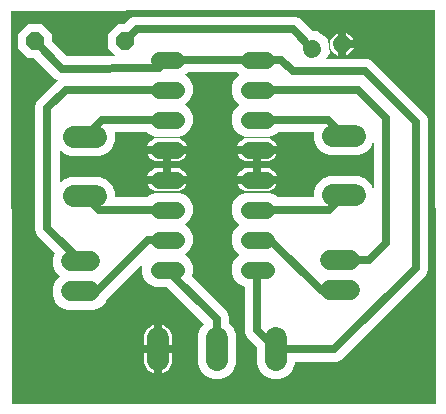
<source format=gbr>
G04 EAGLE Gerber RS-274X export*
G75*
%MOMM*%
%FSLAX34Y34*%
%LPD*%
%INBottom Copper*%
%IPPOS*%
%AMOC8*
5,1,8,0,0,1.08239X$1,22.5*%
G01*
%ADD10C,1.473200*%
%ADD11C,1.676400*%
%ADD12P,1.594577X8X30.300000*%
%ADD13P,1.594577X8X22.500000*%
%ADD14C,1.854200*%
%ADD15C,0.700000*%

G36*
X13412Y10175D02*
X13412Y10175D01*
X20016Y10185D01*
X26620Y10195D01*
X36526Y10210D01*
X43130Y10220D01*
X49734Y10230D01*
X53036Y10235D01*
X59640Y10245D01*
X66244Y10255D01*
X76150Y10270D01*
X82754Y10280D01*
X89358Y10290D01*
X92660Y10295D01*
X99264Y10305D01*
X105868Y10314D01*
X115774Y10329D01*
X122378Y10339D01*
X122379Y10339D01*
X128983Y10349D01*
X132285Y10354D01*
X138889Y10364D01*
X145493Y10374D01*
X155399Y10389D01*
X162003Y10399D01*
X171909Y10414D01*
X178513Y10424D01*
X185117Y10434D01*
X188419Y10439D01*
X195023Y10449D01*
X201627Y10459D01*
X211533Y10473D01*
X218137Y10483D01*
X224741Y10493D01*
X228043Y10498D01*
X234647Y10508D01*
X241251Y10518D01*
X251157Y10533D01*
X257761Y10543D01*
X264365Y10553D01*
X267667Y10558D01*
X274271Y10568D01*
X280875Y10578D01*
X290781Y10593D01*
X297385Y10603D01*
X303989Y10613D01*
X303990Y10613D01*
X307292Y10618D01*
X313896Y10628D01*
X320500Y10637D01*
X330406Y10652D01*
X337010Y10662D01*
X343614Y10672D01*
X346916Y10677D01*
X353520Y10687D01*
X360124Y10697D01*
X363426Y10702D01*
X369241Y10711D01*
X369246Y10715D01*
X369245Y10715D01*
X369246Y10716D01*
X368278Y343840D01*
X368273Y343845D01*
X368273Y343844D01*
X368273Y343845D01*
X366362Y343842D01*
X366341Y343842D01*
X363060Y343837D01*
X363039Y343837D01*
X359758Y343832D01*
X359737Y343832D01*
X356456Y343827D01*
X356435Y343827D01*
X353154Y343822D01*
X353133Y343822D01*
X349852Y343817D01*
X349831Y343817D01*
X346550Y343812D01*
X346529Y343812D01*
X343248Y343807D01*
X343227Y343807D01*
X339946Y343802D01*
X339925Y343802D01*
X336644Y343797D01*
X336623Y343797D01*
X333342Y343792D01*
X333321Y343792D01*
X330040Y343787D01*
X330019Y343787D01*
X326738Y343782D01*
X326717Y343782D01*
X323436Y343777D01*
X323415Y343777D01*
X320134Y343772D01*
X320113Y343772D01*
X316832Y343767D01*
X316811Y343767D01*
X313530Y343762D01*
X313509Y343762D01*
X310228Y343757D01*
X310207Y343757D01*
X306926Y343752D01*
X306905Y343752D01*
X303624Y343747D01*
X303603Y343747D01*
X300322Y343742D01*
X300301Y343742D01*
X297020Y343738D01*
X296999Y343738D01*
X296999Y343737D01*
X293718Y343733D01*
X293697Y343733D01*
X290416Y343728D01*
X290395Y343728D01*
X287114Y343723D01*
X287093Y343723D01*
X283812Y343718D01*
X283791Y343718D01*
X280510Y343713D01*
X280489Y343713D01*
X277208Y343708D01*
X277187Y343708D01*
X273906Y343703D01*
X273885Y343703D01*
X270604Y343698D01*
X270583Y343698D01*
X267302Y343693D01*
X267281Y343693D01*
X264000Y343688D01*
X263979Y343688D01*
X260698Y343683D01*
X260677Y343683D01*
X257395Y343678D01*
X257375Y343678D01*
X254093Y343673D01*
X254073Y343673D01*
X250791Y343668D01*
X250771Y343668D01*
X247489Y343663D01*
X247469Y343663D01*
X244187Y343658D01*
X244167Y343658D01*
X240885Y343653D01*
X240865Y343653D01*
X237583Y343648D01*
X237563Y343648D01*
X234281Y343643D01*
X234261Y343643D01*
X230979Y343638D01*
X230959Y343638D01*
X227677Y343633D01*
X227657Y343633D01*
X224375Y343628D01*
X224355Y343628D01*
X221073Y343623D01*
X221053Y343623D01*
X221052Y343623D01*
X217771Y343618D01*
X217750Y343618D01*
X214469Y343613D01*
X214448Y343613D01*
X211167Y343608D01*
X211146Y343608D01*
X207865Y343603D01*
X207844Y343603D01*
X204563Y343598D01*
X204542Y343598D01*
X201261Y343593D01*
X201240Y343593D01*
X197959Y343588D01*
X197938Y343588D01*
X194657Y343583D01*
X194636Y343583D01*
X191355Y343579D01*
X191334Y343579D01*
X191334Y343578D01*
X188053Y343574D01*
X188032Y343574D01*
X184751Y343569D01*
X184730Y343569D01*
X181449Y343564D01*
X181428Y343564D01*
X178147Y343559D01*
X178126Y343559D01*
X174845Y343554D01*
X174824Y343554D01*
X171543Y343549D01*
X171522Y343549D01*
X168241Y343544D01*
X168220Y343544D01*
X164939Y343539D01*
X164918Y343539D01*
X161637Y343534D01*
X161616Y343534D01*
X158335Y343529D01*
X158314Y343529D01*
X155033Y343524D01*
X155012Y343524D01*
X151731Y343519D01*
X151710Y343519D01*
X148429Y343514D01*
X148408Y343514D01*
X145127Y343509D01*
X145106Y343509D01*
X141825Y343504D01*
X141804Y343504D01*
X138523Y343499D01*
X138502Y343499D01*
X135221Y343494D01*
X135200Y343494D01*
X131919Y343489D01*
X131898Y343489D01*
X128617Y343484D01*
X128596Y343484D01*
X125315Y343479D01*
X125294Y343479D01*
X122013Y343474D01*
X121992Y343474D01*
X118711Y343469D01*
X118690Y343469D01*
X115409Y343464D01*
X115388Y343464D01*
X112107Y343459D01*
X112086Y343459D01*
X108805Y343454D01*
X108784Y343454D01*
X105503Y343449D01*
X105482Y343449D01*
X102201Y343444D01*
X102180Y343444D01*
X98899Y343439D01*
X98878Y343439D01*
X95597Y343434D01*
X95576Y343434D01*
X92295Y343429D01*
X92274Y343429D01*
X88993Y343424D01*
X88972Y343424D01*
X85691Y343420D01*
X85670Y343420D01*
X85670Y343419D01*
X82389Y343415D01*
X82368Y343415D01*
X79087Y343410D01*
X79066Y343410D01*
X75784Y343405D01*
X75764Y343405D01*
X72482Y343400D01*
X72462Y343400D01*
X69180Y343395D01*
X69160Y343395D01*
X65878Y343390D01*
X65858Y343390D01*
X62576Y343385D01*
X62556Y343385D01*
X59274Y343380D01*
X59254Y343380D01*
X55972Y343375D01*
X55952Y343375D01*
X52670Y343370D01*
X52650Y343370D01*
X49368Y343365D01*
X49348Y343365D01*
X46066Y343360D01*
X46046Y343360D01*
X42764Y343355D01*
X42744Y343355D01*
X42743Y343355D01*
X39462Y343350D01*
X39442Y343350D01*
X39441Y343350D01*
X36160Y343345D01*
X36139Y343345D01*
X32858Y343340D01*
X32837Y343340D01*
X29556Y343335D01*
X29535Y343335D01*
X26254Y343330D01*
X26233Y343330D01*
X22952Y343325D01*
X22931Y343325D01*
X19650Y343320D01*
X19629Y343320D01*
X16348Y343315D01*
X16327Y343315D01*
X13046Y343310D01*
X13025Y343310D01*
X9744Y343305D01*
X9723Y343305D01*
X9163Y343304D01*
X9158Y343300D01*
X9158Y343299D01*
X10126Y10175D01*
X10130Y10170D01*
X10130Y10171D01*
X10131Y10170D01*
X13412Y10175D01*
G37*
%LPC*%
G36*
X180602Y31160D02*
X180602Y31160D01*
X174624Y33636D01*
X170048Y38212D01*
X167572Y44190D01*
X167572Y69204D01*
X170048Y75182D01*
X172893Y78027D01*
X172894Y78034D01*
X172893Y78034D01*
X141274Y109653D01*
X141272Y109654D01*
X141271Y109655D01*
X131531Y109655D01*
X126253Y111841D01*
X122213Y115881D01*
X120027Y121159D01*
X120027Y126873D01*
X121339Y130041D01*
X121338Y130043D01*
X121339Y130046D01*
X121338Y130046D01*
X121337Y130047D01*
X121334Y130046D01*
X121333Y130046D01*
X121331Y130046D01*
X90883Y99598D01*
X90883Y99597D01*
X90882Y99597D01*
X89783Y96942D01*
X85457Y92616D01*
X79805Y90275D01*
X56924Y90275D01*
X51272Y92616D01*
X46946Y96942D01*
X44605Y102594D01*
X44605Y108711D01*
X46946Y114363D01*
X50932Y118349D01*
X50933Y118356D01*
X50932Y118356D01*
X46946Y122342D01*
X44605Y127994D01*
X44605Y134111D01*
X46320Y138250D01*
X46318Y138254D01*
X46319Y138256D01*
X31204Y153370D01*
X29607Y157227D01*
X29607Y262707D01*
X31204Y266564D01*
X47000Y282360D01*
X48974Y284334D01*
X48974Y284335D01*
X48975Y284335D01*
X48974Y284337D01*
X48975Y284341D01*
X48973Y284341D01*
X48973Y284342D01*
X48763Y284429D01*
X46865Y285199D01*
X46837Y285226D01*
X46836Y285227D01*
X46800Y285242D01*
X45349Y286693D01*
X43891Y288129D01*
X43876Y288166D01*
X43875Y288166D01*
X43875Y288167D01*
X28989Y303053D01*
X28987Y303053D01*
X28986Y303053D01*
X28985Y303054D01*
X23520Y303054D01*
X15108Y311467D01*
X15108Y323364D01*
X23520Y331777D01*
X35417Y331777D01*
X43830Y323364D01*
X43830Y317899D01*
X43832Y317897D01*
X43831Y317895D01*
X57058Y304669D01*
X57060Y304668D01*
X57061Y304668D01*
X57062Y304667D01*
X97795Y304967D01*
X97797Y304968D01*
X97798Y304968D01*
X97798Y304970D01*
X97800Y304972D01*
X97799Y304973D01*
X97799Y304976D01*
X91308Y311467D01*
X91308Y323364D01*
X99720Y331777D01*
X105185Y331777D01*
X105187Y331778D01*
X105189Y331778D01*
X110142Y336731D01*
X114000Y338329D01*
X249971Y338329D01*
X253829Y336731D01*
X256782Y333778D01*
X264791Y325769D01*
X264794Y325769D01*
X264795Y325768D01*
X268432Y326266D01*
X277908Y319073D01*
X279523Y307286D01*
X275967Y302601D01*
X275967Y302600D01*
X275966Y302599D01*
X275967Y302597D01*
X275967Y302594D01*
X275969Y302595D01*
X275971Y302593D01*
X311449Y302593D01*
X315307Y300995D01*
X361148Y255154D01*
X362745Y251297D01*
X362745Y123595D01*
X361148Y119738D01*
X289210Y47800D01*
X285352Y46202D01*
X250109Y46202D01*
X250104Y46197D01*
X250105Y46197D01*
X250104Y46197D01*
X250104Y44190D01*
X247628Y38212D01*
X243052Y33636D01*
X237074Y31160D01*
X230602Y31160D01*
X224624Y33636D01*
X220048Y38212D01*
X217572Y44190D01*
X217572Y58119D01*
X217570Y58120D01*
X217570Y58122D01*
X209057Y66636D01*
X207459Y70493D01*
X207459Y109764D01*
X207456Y109767D01*
X207456Y109769D01*
X202453Y111841D01*
X198413Y115881D01*
X196227Y121159D01*
X196227Y126873D01*
X198413Y132151D01*
X202453Y136191D01*
X203710Y136711D01*
X203711Y136713D01*
X203712Y136714D01*
X203712Y136715D01*
X203713Y136717D01*
X203711Y136718D01*
X203710Y136721D01*
X202453Y137241D01*
X198413Y141281D01*
X196227Y146559D01*
X196227Y152273D01*
X198413Y157551D01*
X202453Y161591D01*
X203710Y162111D01*
X203711Y162113D01*
X203712Y162114D01*
X203712Y162115D01*
X203713Y162117D01*
X203711Y162118D01*
X203710Y162121D01*
X202453Y162641D01*
X198413Y166681D01*
X196227Y171959D01*
X196227Y177673D01*
X198413Y182951D01*
X202453Y186991D01*
X207732Y189177D01*
X228177Y189177D01*
X233455Y186991D01*
X235133Y185313D01*
X235136Y185313D01*
X235137Y185311D01*
X265721Y185311D01*
X265726Y185316D01*
X265726Y190537D01*
X268203Y196515D01*
X272779Y201091D01*
X278757Y203568D01*
X303770Y203568D01*
X309749Y201091D01*
X314325Y196515D01*
X316745Y190672D01*
X316747Y190671D01*
X316749Y190669D01*
X316750Y190670D01*
X316751Y190669D01*
X316752Y190672D01*
X316754Y190674D01*
X316754Y233929D01*
X316753Y233931D01*
X316752Y233933D01*
X316751Y233933D01*
X316750Y233934D01*
X316749Y233933D01*
X316747Y233932D01*
X316745Y233931D01*
X314325Y228087D01*
X309749Y223512D01*
X303770Y221035D01*
X278757Y221035D01*
X272779Y223512D01*
X268203Y228087D01*
X265726Y234066D01*
X265726Y240516D01*
X265722Y240521D01*
X265721Y240521D01*
X235137Y240521D01*
X235135Y240519D01*
X235133Y240519D01*
X233455Y238841D01*
X228177Y236655D01*
X207731Y236655D01*
X202453Y238841D01*
X198413Y242881D01*
X196227Y248159D01*
X196227Y253873D01*
X198413Y259151D01*
X202453Y263191D01*
X203710Y263711D01*
X203711Y263713D01*
X203712Y263714D01*
X203712Y263715D01*
X203712Y263716D01*
X203713Y263717D01*
X203711Y263718D01*
X203710Y263721D01*
X202453Y264241D01*
X198413Y268281D01*
X196227Y273559D01*
X196227Y279273D01*
X198413Y284551D01*
X202453Y288591D01*
X203710Y289111D01*
X203711Y289113D01*
X203712Y289114D01*
X203712Y289115D01*
X203713Y289115D01*
X203712Y289116D01*
X203713Y289117D01*
X203711Y289118D01*
X203710Y289121D01*
X202453Y289641D01*
X200775Y291319D01*
X200773Y291320D01*
X200771Y291321D01*
X158937Y291321D01*
X158935Y291319D01*
X158933Y291319D01*
X157255Y289641D01*
X155998Y289121D01*
X155997Y289119D01*
X155996Y289119D01*
X155996Y289117D01*
X155995Y289117D01*
X155996Y289116D01*
X155995Y289115D01*
X155997Y289114D01*
X155998Y289111D01*
X157255Y288591D01*
X161295Y284551D01*
X163481Y279273D01*
X163481Y273559D01*
X161295Y268281D01*
X157255Y264241D01*
X155998Y263721D01*
X155997Y263719D01*
X155996Y263719D01*
X155996Y263717D01*
X155996Y263716D01*
X155995Y263715D01*
X155997Y263714D01*
X155998Y263711D01*
X157255Y263191D01*
X161295Y259151D01*
X163481Y253873D01*
X163481Y248159D01*
X161295Y242881D01*
X157255Y238841D01*
X151977Y236655D01*
X131531Y236655D01*
X126253Y238841D01*
X124575Y240519D01*
X124573Y240520D01*
X124571Y240521D01*
X97461Y240521D01*
X97460Y240520D01*
X97460Y240521D01*
X97459Y240519D01*
X97456Y240516D01*
X97457Y240515D01*
X97456Y240514D01*
X97785Y239720D01*
X97785Y233249D01*
X95309Y227271D01*
X90733Y222695D01*
X84754Y220219D01*
X59741Y220219D01*
X53763Y222695D01*
X50605Y225852D01*
X50604Y225852D01*
X50602Y225854D01*
X50601Y225853D01*
X50599Y225853D01*
X50599Y225850D01*
X50597Y225849D01*
X50597Y197121D01*
X50598Y197119D01*
X50598Y197118D01*
X50600Y197117D01*
X50601Y197116D01*
X50603Y197117D01*
X50605Y197117D01*
X53763Y200275D01*
X59741Y202751D01*
X84754Y202751D01*
X90733Y200275D01*
X95309Y195699D01*
X97785Y189720D01*
X97785Y185316D01*
X97789Y185311D01*
X97790Y185312D01*
X97790Y185311D01*
X124571Y185311D01*
X124573Y185313D01*
X124575Y185313D01*
X126253Y186991D01*
X131532Y189177D01*
X151977Y189177D01*
X157255Y186991D01*
X161295Y182951D01*
X163481Y177673D01*
X163481Y171959D01*
X161295Y166681D01*
X157255Y162641D01*
X155998Y162121D01*
X155997Y162119D01*
X155996Y162118D01*
X155996Y162117D01*
X155995Y162115D01*
X155997Y162114D01*
X155998Y162111D01*
X157255Y161591D01*
X161295Y157551D01*
X163481Y152273D01*
X163481Y146559D01*
X161295Y141281D01*
X157255Y137241D01*
X155998Y136721D01*
X155997Y136719D01*
X155996Y136719D01*
X155996Y136717D01*
X155995Y136715D01*
X155997Y136714D01*
X155998Y136711D01*
X157255Y136191D01*
X161295Y132151D01*
X163481Y126873D01*
X163481Y121159D01*
X162303Y118314D01*
X162304Y118311D01*
X162304Y118309D01*
X192735Y87877D01*
X194333Y84020D01*
X194333Y78479D01*
X194335Y78477D01*
X194335Y78475D01*
X197628Y75182D01*
X200104Y69203D01*
X200104Y44190D01*
X197628Y38212D01*
X193052Y33636D01*
X187074Y31160D01*
X180602Y31160D01*
G37*
%LPD*%
%LPC*%
G36*
X133843Y56702D02*
X133843Y56702D01*
X133843Y77774D01*
X134767Y77774D01*
X136603Y77483D01*
X138370Y76909D01*
X140026Y76066D01*
X141529Y74973D01*
X142843Y73659D01*
X143936Y72156D01*
X144779Y70500D01*
X145354Y68733D01*
X145644Y66897D01*
X145644Y56702D01*
X133843Y56702D01*
G37*
%LPD*%
%LPC*%
G36*
X133843Y35620D02*
X133843Y35620D01*
X133843Y56692D01*
X145644Y56692D01*
X145644Y46497D01*
X145354Y44661D01*
X144779Y42894D01*
X143936Y41238D01*
X142843Y39735D01*
X141529Y38421D01*
X140026Y37328D01*
X138370Y36485D01*
X136603Y35911D01*
X134767Y35620D01*
X133843Y35620D01*
G37*
%LPD*%
%LPC*%
G36*
X132909Y35620D02*
X132909Y35620D01*
X131073Y35911D01*
X129306Y36485D01*
X127650Y37328D01*
X126147Y38421D01*
X124833Y39735D01*
X123740Y41238D01*
X122897Y42894D01*
X122323Y44661D01*
X122032Y46497D01*
X122032Y56692D01*
X133833Y56692D01*
X133833Y35620D01*
X132909Y35620D01*
G37*
%LPD*%
%LPC*%
G36*
X122032Y56702D02*
X122032Y56702D01*
X122032Y66897D01*
X122323Y68733D01*
X122897Y70500D01*
X123740Y72156D01*
X124833Y73659D01*
X126147Y74973D01*
X127650Y76066D01*
X129306Y76909D01*
X131073Y77483D01*
X132909Y77774D01*
X133833Y77774D01*
X133833Y56702D01*
X122032Y56702D01*
G37*
%LPD*%
%LPC*%
G36*
X141759Y225621D02*
X141759Y225621D01*
X141759Y235517D01*
X150095Y235517D01*
X152008Y235137D01*
X153810Y234390D01*
X155432Y233307D01*
X156811Y231928D01*
X157895Y230306D01*
X158641Y228504D01*
X159021Y226591D01*
X159021Y225621D01*
X141759Y225621D01*
G37*
%LPD*%
%LPC*%
G36*
X217959Y225621D02*
X217959Y225621D01*
X217959Y235517D01*
X226295Y235517D01*
X228208Y235137D01*
X230010Y234390D01*
X231632Y233307D01*
X233011Y231928D01*
X234095Y230306D01*
X234841Y228504D01*
X235221Y226591D01*
X235221Y225621D01*
X217959Y225621D01*
G37*
%LPD*%
%LPC*%
G36*
X217959Y200221D02*
X217959Y200221D01*
X217959Y210117D01*
X226295Y210117D01*
X228208Y209737D01*
X230010Y208990D01*
X231632Y207907D01*
X233011Y206528D01*
X234095Y204906D01*
X234841Y203104D01*
X235221Y201191D01*
X235221Y200221D01*
X217959Y200221D01*
G37*
%LPD*%
%LPC*%
G36*
X141759Y200221D02*
X141759Y200221D01*
X141759Y210117D01*
X150095Y210117D01*
X152008Y209737D01*
X153810Y208990D01*
X155432Y207907D01*
X156811Y206528D01*
X157895Y204906D01*
X158641Y203104D01*
X159021Y201191D01*
X159021Y200221D01*
X141759Y200221D01*
G37*
%LPD*%
%LPC*%
G36*
X200687Y200221D02*
X200687Y200221D01*
X200687Y201191D01*
X200688Y201198D01*
X200691Y201213D01*
X200693Y201223D01*
X200696Y201238D01*
X200699Y201253D01*
X200701Y201263D01*
X200704Y201278D01*
X200707Y201293D01*
X200709Y201303D01*
X200712Y201318D01*
X200715Y201332D01*
X200715Y201333D01*
X200720Y201357D01*
X200723Y201372D01*
X200728Y201397D01*
X200731Y201412D01*
X200736Y201437D01*
X200739Y201452D01*
X200744Y201477D01*
X200747Y201491D01*
X200747Y201492D01*
X200752Y201516D01*
X200755Y201531D01*
X200758Y201546D01*
X200759Y201556D01*
X200760Y201556D01*
X200762Y201571D01*
X200765Y201586D01*
X200767Y201596D01*
X200770Y201611D01*
X200773Y201626D01*
X200775Y201636D01*
X200778Y201650D01*
X200778Y201651D01*
X200781Y201665D01*
X200783Y201675D01*
X200786Y201690D01*
X200789Y201705D01*
X200791Y201715D01*
X200794Y201730D01*
X200797Y201745D01*
X200802Y201770D01*
X200805Y201785D01*
X200810Y201809D01*
X200810Y201810D01*
X200813Y201824D01*
X200818Y201849D01*
X200821Y201864D01*
X200826Y201889D01*
X200829Y201904D01*
X200832Y201919D01*
X200834Y201929D01*
X200837Y201944D01*
X200840Y201959D01*
X200842Y201968D01*
X200842Y201969D01*
X200844Y201983D01*
X200845Y201983D01*
X200844Y201983D01*
X200847Y201998D01*
X200849Y202008D01*
X200852Y202023D01*
X200855Y202038D01*
X200857Y202048D01*
X200860Y202063D01*
X200863Y202078D01*
X200865Y202088D01*
X200868Y202103D01*
X200871Y202118D01*
X200876Y202142D01*
X200879Y202157D01*
X200884Y202182D01*
X200887Y202197D01*
X200892Y202222D01*
X200895Y202237D01*
X200900Y202262D01*
X200903Y202277D01*
X200908Y202301D01*
X200911Y202316D01*
X200914Y202331D01*
X200916Y202341D01*
X200919Y202356D01*
X200922Y202371D01*
X200924Y202381D01*
X200927Y202396D01*
X200929Y202411D01*
X200930Y202411D01*
X200929Y202411D01*
X200931Y202421D01*
X200934Y202436D01*
X200937Y202450D01*
X200939Y202460D01*
X200942Y202475D01*
X200945Y202490D01*
X200947Y202500D01*
X200950Y202515D01*
X200953Y202530D01*
X200958Y202555D01*
X200961Y202570D01*
X200966Y202595D01*
X200969Y202609D01*
X200974Y202634D01*
X200977Y202649D01*
X200982Y202674D01*
X200985Y202689D01*
X200990Y202714D01*
X200993Y202729D01*
X200996Y202744D01*
X200998Y202754D01*
X201001Y202768D01*
X201004Y202783D01*
X201006Y202793D01*
X201009Y202808D01*
X201012Y202823D01*
X201013Y202833D01*
X201014Y202833D01*
X201016Y202848D01*
X201019Y202863D01*
X201021Y202873D01*
X201024Y202888D01*
X201027Y202903D01*
X201032Y202927D01*
X201035Y202942D01*
X201040Y202967D01*
X201043Y202982D01*
X201048Y203007D01*
X201051Y203022D01*
X201056Y203047D01*
X201059Y203062D01*
X201064Y203086D01*
X201067Y203101D01*
X201067Y203104D01*
X201814Y204906D01*
X202897Y206528D01*
X204276Y207907D01*
X205898Y208990D01*
X207700Y209737D01*
X209613Y210117D01*
X217949Y210117D01*
X217949Y200221D01*
X200687Y200221D01*
G37*
%LPD*%
%LPC*%
G36*
X124487Y200221D02*
X124487Y200221D01*
X124487Y201191D01*
X124488Y201198D01*
X124491Y201213D01*
X124493Y201223D01*
X124496Y201238D01*
X124499Y201253D01*
X124501Y201263D01*
X124504Y201278D01*
X124507Y201293D01*
X124509Y201303D01*
X124512Y201318D01*
X124515Y201332D01*
X124515Y201333D01*
X124520Y201357D01*
X124523Y201372D01*
X124528Y201397D01*
X124531Y201412D01*
X124536Y201437D01*
X124539Y201452D01*
X124544Y201477D01*
X124547Y201491D01*
X124547Y201492D01*
X124552Y201516D01*
X124555Y201531D01*
X124558Y201546D01*
X124559Y201556D01*
X124560Y201556D01*
X124562Y201571D01*
X124565Y201586D01*
X124567Y201596D01*
X124570Y201611D01*
X124573Y201626D01*
X124575Y201636D01*
X124578Y201650D01*
X124578Y201651D01*
X124581Y201665D01*
X124583Y201675D01*
X124586Y201690D01*
X124589Y201705D01*
X124591Y201715D01*
X124594Y201730D01*
X124597Y201745D01*
X124602Y201770D01*
X124605Y201785D01*
X124610Y201809D01*
X124610Y201810D01*
X124613Y201824D01*
X124618Y201849D01*
X124621Y201864D01*
X124626Y201889D01*
X124629Y201904D01*
X124632Y201919D01*
X124634Y201929D01*
X124637Y201944D01*
X124640Y201959D01*
X124642Y201968D01*
X124642Y201969D01*
X124644Y201983D01*
X124645Y201983D01*
X124644Y201983D01*
X124647Y201998D01*
X124649Y202008D01*
X124652Y202023D01*
X124655Y202038D01*
X124657Y202048D01*
X124660Y202063D01*
X124663Y202078D01*
X124665Y202088D01*
X124668Y202103D01*
X124671Y202118D01*
X124676Y202142D01*
X124679Y202157D01*
X124684Y202182D01*
X124687Y202197D01*
X124692Y202222D01*
X124695Y202237D01*
X124700Y202262D01*
X124703Y202277D01*
X124708Y202301D01*
X124711Y202316D01*
X124714Y202331D01*
X124716Y202341D01*
X124719Y202356D01*
X124722Y202371D01*
X124724Y202381D01*
X124727Y202396D01*
X124729Y202411D01*
X124730Y202411D01*
X124729Y202411D01*
X124731Y202421D01*
X124734Y202436D01*
X124737Y202450D01*
X124739Y202460D01*
X124742Y202475D01*
X124745Y202490D01*
X124747Y202500D01*
X124750Y202515D01*
X124753Y202530D01*
X124758Y202555D01*
X124761Y202570D01*
X124766Y202595D01*
X124769Y202609D01*
X124774Y202634D01*
X124777Y202649D01*
X124782Y202674D01*
X124785Y202689D01*
X124790Y202714D01*
X124793Y202729D01*
X124796Y202744D01*
X124798Y202754D01*
X124801Y202768D01*
X124804Y202783D01*
X124806Y202793D01*
X124809Y202808D01*
X124812Y202823D01*
X124813Y202833D01*
X124814Y202833D01*
X124816Y202848D01*
X124819Y202863D01*
X124821Y202873D01*
X124824Y202888D01*
X124827Y202903D01*
X124832Y202927D01*
X124835Y202942D01*
X124840Y202967D01*
X124843Y202982D01*
X124848Y203007D01*
X124851Y203022D01*
X124856Y203047D01*
X124859Y203062D01*
X124864Y203086D01*
X124867Y203101D01*
X124867Y203104D01*
X125614Y204906D01*
X126697Y206528D01*
X128076Y207907D01*
X129698Y208990D01*
X131500Y209737D01*
X133413Y210117D01*
X141749Y210117D01*
X141749Y200221D01*
X124487Y200221D01*
G37*
%LPD*%
%LPC*%
G36*
X200687Y225621D02*
X200687Y225621D01*
X200687Y226591D01*
X200687Y226594D01*
X200692Y226618D01*
X200695Y226633D01*
X200698Y226648D01*
X200700Y226658D01*
X200703Y226673D01*
X200706Y226688D01*
X200708Y226698D01*
X200711Y226713D01*
X200714Y226728D01*
X200716Y226738D01*
X200719Y226753D01*
X200722Y226767D01*
X200722Y226768D01*
X200724Y226777D01*
X200727Y226792D01*
X200730Y226807D01*
X200732Y226817D01*
X200735Y226832D01*
X200738Y226847D01*
X200743Y226872D01*
X200746Y226887D01*
X200751Y226912D01*
X200754Y226926D01*
X200754Y226927D01*
X200759Y226951D01*
X200762Y226966D01*
X200766Y226991D01*
X200769Y227006D01*
X200774Y227031D01*
X200777Y227046D01*
X200780Y227061D01*
X200782Y227071D01*
X200785Y227085D01*
X200785Y227086D01*
X200788Y227100D01*
X200790Y227110D01*
X200793Y227125D01*
X200796Y227140D01*
X200798Y227150D01*
X200801Y227165D01*
X200804Y227180D01*
X200806Y227190D01*
X200809Y227205D01*
X200812Y227220D01*
X200817Y227244D01*
X200817Y227245D01*
X200820Y227259D01*
X200825Y227284D01*
X200828Y227299D01*
X200833Y227324D01*
X200836Y227339D01*
X200841Y227364D01*
X200844Y227379D01*
X200848Y227403D01*
X200849Y227404D01*
X200851Y227418D01*
X200854Y227433D01*
X200856Y227443D01*
X200859Y227458D01*
X200862Y227473D01*
X200864Y227483D01*
X200867Y227498D01*
X200870Y227513D01*
X200872Y227523D01*
X200875Y227538D01*
X200878Y227553D01*
X200880Y227562D01*
X200880Y227563D01*
X200883Y227577D01*
X200886Y227592D01*
X200888Y227602D01*
X200891Y227617D01*
X200894Y227632D01*
X200899Y227657D01*
X200902Y227672D01*
X200907Y227697D01*
X200910Y227712D01*
X200915Y227736D01*
X200918Y227751D01*
X200923Y227776D01*
X200926Y227791D01*
X200931Y227816D01*
X200933Y227831D01*
X200934Y227831D01*
X200933Y227831D01*
X200936Y227846D01*
X200938Y227856D01*
X200941Y227871D01*
X200944Y227885D01*
X200944Y227886D01*
X200946Y227895D01*
X200949Y227910D01*
X200952Y227925D01*
X200954Y227935D01*
X200957Y227950D01*
X200960Y227965D01*
X200962Y227975D01*
X200965Y227990D01*
X200968Y228005D01*
X200973Y228030D01*
X200976Y228044D01*
X200976Y228045D01*
X200981Y228069D01*
X200984Y228084D01*
X200989Y228109D01*
X200992Y228124D01*
X200997Y228149D01*
X201000Y228164D01*
X201005Y228189D01*
X201008Y228203D01*
X201008Y228204D01*
X201011Y228218D01*
X201013Y228228D01*
X201016Y228243D01*
X201018Y228258D01*
X201019Y228258D01*
X201018Y228258D01*
X201020Y228268D01*
X201023Y228283D01*
X201026Y228298D01*
X201028Y228308D01*
X201031Y228323D01*
X201034Y228338D01*
X201036Y228348D01*
X201039Y228362D01*
X201039Y228363D01*
X201042Y228377D01*
X201044Y228387D01*
X201047Y228402D01*
X201050Y228417D01*
X201055Y228442D01*
X201058Y228457D01*
X201063Y228482D01*
X201066Y228497D01*
X201067Y228504D01*
X201814Y230306D01*
X202897Y231928D01*
X204276Y233307D01*
X205898Y234390D01*
X207700Y235137D01*
X209613Y235517D01*
X217949Y235517D01*
X217949Y225621D01*
X200687Y225621D01*
G37*
%LPD*%
%LPC*%
G36*
X124487Y225621D02*
X124487Y225621D01*
X124487Y226591D01*
X124487Y226594D01*
X124492Y226618D01*
X124495Y226633D01*
X124498Y226648D01*
X124500Y226658D01*
X124503Y226673D01*
X124506Y226688D01*
X124508Y226698D01*
X124511Y226713D01*
X124514Y226728D01*
X124516Y226738D01*
X124519Y226753D01*
X124522Y226767D01*
X124522Y226768D01*
X124524Y226777D01*
X124527Y226792D01*
X124530Y226807D01*
X124532Y226817D01*
X124535Y226832D01*
X124538Y226847D01*
X124543Y226872D01*
X124546Y226887D01*
X124551Y226912D01*
X124554Y226926D01*
X124554Y226927D01*
X124559Y226951D01*
X124562Y226966D01*
X124566Y226991D01*
X124569Y227006D01*
X124574Y227031D01*
X124577Y227046D01*
X124580Y227061D01*
X124582Y227071D01*
X124585Y227085D01*
X124585Y227086D01*
X124588Y227100D01*
X124590Y227110D01*
X124593Y227125D01*
X124596Y227140D01*
X124598Y227150D01*
X124601Y227165D01*
X124604Y227180D01*
X124606Y227190D01*
X124609Y227205D01*
X124612Y227220D01*
X124617Y227244D01*
X124617Y227245D01*
X124620Y227259D01*
X124625Y227284D01*
X124628Y227299D01*
X124633Y227324D01*
X124636Y227339D01*
X124641Y227364D01*
X124644Y227379D01*
X124648Y227403D01*
X124649Y227404D01*
X124651Y227418D01*
X124654Y227433D01*
X124656Y227443D01*
X124659Y227458D01*
X124662Y227473D01*
X124664Y227483D01*
X124667Y227498D01*
X124670Y227513D01*
X124672Y227523D01*
X124675Y227538D01*
X124678Y227553D01*
X124680Y227562D01*
X124680Y227563D01*
X124683Y227577D01*
X124686Y227592D01*
X124688Y227602D01*
X124691Y227617D01*
X124694Y227632D01*
X124699Y227657D01*
X124702Y227672D01*
X124707Y227697D01*
X124710Y227712D01*
X124715Y227736D01*
X124718Y227751D01*
X124723Y227776D01*
X124726Y227791D01*
X124731Y227816D01*
X124733Y227831D01*
X124734Y227831D01*
X124733Y227831D01*
X124736Y227846D01*
X124738Y227856D01*
X124741Y227871D01*
X124744Y227885D01*
X124744Y227886D01*
X124746Y227895D01*
X124749Y227910D01*
X124752Y227925D01*
X124754Y227935D01*
X124757Y227950D01*
X124760Y227965D01*
X124762Y227975D01*
X124765Y227990D01*
X124768Y228005D01*
X124773Y228030D01*
X124776Y228044D01*
X124776Y228045D01*
X124781Y228069D01*
X124784Y228084D01*
X124789Y228109D01*
X124792Y228124D01*
X124797Y228149D01*
X124800Y228164D01*
X124805Y228189D01*
X124808Y228203D01*
X124808Y228204D01*
X124811Y228218D01*
X124813Y228228D01*
X124816Y228243D01*
X124818Y228258D01*
X124819Y228258D01*
X124818Y228258D01*
X124820Y228268D01*
X124823Y228283D01*
X124826Y228298D01*
X124828Y228308D01*
X124831Y228323D01*
X124834Y228338D01*
X124836Y228348D01*
X124839Y228362D01*
X124839Y228363D01*
X124842Y228377D01*
X124844Y228387D01*
X124847Y228402D01*
X124850Y228417D01*
X124855Y228442D01*
X124858Y228457D01*
X124863Y228482D01*
X124866Y228497D01*
X124867Y228504D01*
X125614Y230306D01*
X126697Y231928D01*
X128076Y233307D01*
X129698Y234390D01*
X131500Y235137D01*
X133413Y235517D01*
X141749Y235517D01*
X141749Y225621D01*
X124487Y225621D01*
G37*
%LPD*%
%LPC*%
G36*
X141759Y215715D02*
X141759Y215715D01*
X141759Y225611D01*
X159021Y225611D01*
X159021Y224641D01*
X159021Y224637D01*
X159018Y224622D01*
X159015Y224607D01*
X159013Y224597D01*
X159010Y224583D01*
X159010Y224582D01*
X159007Y224568D01*
X159005Y224558D01*
X159002Y224543D01*
X158999Y224528D01*
X158997Y224518D01*
X158994Y224503D01*
X158991Y224488D01*
X158986Y224463D01*
X158983Y224448D01*
X158978Y224424D01*
X158978Y224423D01*
X158975Y224409D01*
X158970Y224384D01*
X158967Y224369D01*
X158962Y224344D01*
X158959Y224329D01*
X158954Y224304D01*
X158951Y224289D01*
X158948Y224274D01*
X158946Y224265D01*
X158946Y224264D01*
X158944Y224250D01*
X158943Y224250D01*
X158944Y224250D01*
X158941Y224235D01*
X158939Y224225D01*
X158936Y224210D01*
X158933Y224195D01*
X158931Y224185D01*
X158928Y224170D01*
X158925Y224155D01*
X158923Y224145D01*
X158920Y224130D01*
X158917Y224115D01*
X158915Y224106D01*
X158912Y224091D01*
X158909Y224076D01*
X158904Y224051D01*
X158901Y224036D01*
X158896Y224011D01*
X158893Y223996D01*
X158888Y223971D01*
X158885Y223956D01*
X158880Y223932D01*
X158877Y223917D01*
X158874Y223902D01*
X158872Y223892D01*
X158869Y223877D01*
X158866Y223862D01*
X158864Y223852D01*
X158861Y223837D01*
X158859Y223822D01*
X158858Y223822D01*
X158859Y223822D01*
X158857Y223812D01*
X158854Y223797D01*
X158851Y223783D01*
X158849Y223773D01*
X158846Y223758D01*
X158843Y223743D01*
X158841Y223733D01*
X158838Y223718D01*
X158835Y223703D01*
X158830Y223678D01*
X158827Y223663D01*
X158822Y223638D01*
X158819Y223624D01*
X158814Y223599D01*
X158811Y223584D01*
X158806Y223559D01*
X158803Y223544D01*
X158798Y223519D01*
X158795Y223504D01*
X158792Y223489D01*
X158790Y223479D01*
X158787Y223465D01*
X158784Y223450D01*
X158782Y223440D01*
X158779Y223425D01*
X158776Y223410D01*
X158775Y223400D01*
X158774Y223400D01*
X158772Y223385D01*
X158769Y223370D01*
X158767Y223360D01*
X158764Y223345D01*
X158761Y223330D01*
X158759Y223320D01*
X158756Y223306D01*
X158753Y223291D01*
X158748Y223266D01*
X158745Y223251D01*
X158740Y223226D01*
X158737Y223211D01*
X158732Y223186D01*
X158729Y223171D01*
X158724Y223147D01*
X158721Y223132D01*
X158716Y223107D01*
X158713Y223092D01*
X158710Y223077D01*
X158708Y223067D01*
X158705Y223052D01*
X158702Y223037D01*
X158700Y223027D01*
X158697Y223012D01*
X158694Y222998D01*
X158694Y222997D01*
X158692Y222988D01*
X158690Y222973D01*
X158689Y222973D01*
X158690Y222973D01*
X158687Y222958D01*
X158685Y222948D01*
X158682Y222933D01*
X158679Y222918D01*
X158674Y222893D01*
X158671Y222878D01*
X158666Y222853D01*
X158663Y222839D01*
X158663Y222838D01*
X158658Y222814D01*
X158655Y222799D01*
X158650Y222774D01*
X158647Y222759D01*
X158642Y222734D01*
X158641Y222728D01*
X157895Y220926D01*
X156811Y219304D01*
X155432Y217925D01*
X153810Y216842D01*
X152008Y216095D01*
X150095Y215715D01*
X141759Y215715D01*
G37*
%LPD*%
%LPC*%
G36*
X217959Y215715D02*
X217959Y215715D01*
X217959Y225611D01*
X235221Y225611D01*
X235221Y224641D01*
X235221Y224637D01*
X235218Y224622D01*
X235215Y224607D01*
X235213Y224597D01*
X235210Y224583D01*
X235210Y224582D01*
X235207Y224568D01*
X235205Y224558D01*
X235202Y224543D01*
X235199Y224528D01*
X235197Y224518D01*
X235194Y224503D01*
X235191Y224488D01*
X235186Y224463D01*
X235183Y224448D01*
X235178Y224424D01*
X235178Y224423D01*
X235175Y224409D01*
X235170Y224384D01*
X235167Y224369D01*
X235162Y224344D01*
X235159Y224329D01*
X235154Y224304D01*
X235151Y224289D01*
X235148Y224274D01*
X235146Y224265D01*
X235146Y224264D01*
X235144Y224250D01*
X235143Y224250D01*
X235144Y224250D01*
X235141Y224235D01*
X235139Y224225D01*
X235136Y224210D01*
X235133Y224195D01*
X235131Y224185D01*
X235128Y224170D01*
X235125Y224155D01*
X235123Y224145D01*
X235120Y224130D01*
X235117Y224115D01*
X235115Y224106D01*
X235112Y224091D01*
X235109Y224076D01*
X235104Y224051D01*
X235101Y224036D01*
X235096Y224011D01*
X235093Y223996D01*
X235088Y223971D01*
X235085Y223956D01*
X235080Y223932D01*
X235077Y223917D01*
X235074Y223902D01*
X235072Y223892D01*
X235069Y223877D01*
X235066Y223862D01*
X235064Y223852D01*
X235061Y223837D01*
X235059Y223822D01*
X235058Y223822D01*
X235059Y223822D01*
X235057Y223812D01*
X235054Y223797D01*
X235051Y223783D01*
X235049Y223773D01*
X235046Y223758D01*
X235043Y223743D01*
X235041Y223733D01*
X235038Y223718D01*
X235035Y223703D01*
X235030Y223678D01*
X235027Y223663D01*
X235022Y223638D01*
X235019Y223624D01*
X235014Y223599D01*
X235011Y223584D01*
X235006Y223559D01*
X235003Y223544D01*
X234998Y223519D01*
X234995Y223504D01*
X234992Y223489D01*
X234990Y223479D01*
X234987Y223465D01*
X234984Y223450D01*
X234982Y223440D01*
X234979Y223425D01*
X234976Y223410D01*
X234975Y223400D01*
X234974Y223400D01*
X234972Y223385D01*
X234969Y223370D01*
X234967Y223360D01*
X234964Y223345D01*
X234961Y223330D01*
X234959Y223320D01*
X234956Y223306D01*
X234953Y223291D01*
X234948Y223266D01*
X234945Y223251D01*
X234940Y223226D01*
X234937Y223211D01*
X234932Y223186D01*
X234929Y223171D01*
X234924Y223147D01*
X234921Y223132D01*
X234916Y223107D01*
X234913Y223092D01*
X234910Y223077D01*
X234908Y223067D01*
X234905Y223052D01*
X234902Y223037D01*
X234900Y223027D01*
X234897Y223012D01*
X234894Y222998D01*
X234894Y222997D01*
X234892Y222988D01*
X234890Y222973D01*
X234889Y222973D01*
X234890Y222973D01*
X234887Y222958D01*
X234885Y222948D01*
X234882Y222933D01*
X234879Y222918D01*
X234874Y222893D01*
X234871Y222878D01*
X234866Y222853D01*
X234863Y222839D01*
X234863Y222838D01*
X234858Y222814D01*
X234855Y222799D01*
X234850Y222774D01*
X234847Y222759D01*
X234842Y222734D01*
X234841Y222728D01*
X234095Y220926D01*
X233011Y219304D01*
X231632Y217925D01*
X230010Y216842D01*
X228208Y216095D01*
X226295Y215715D01*
X217959Y215715D01*
G37*
%LPD*%
%LPC*%
G36*
X217959Y190315D02*
X217959Y190315D01*
X217959Y200211D01*
X235221Y200211D01*
X235221Y199241D01*
X235219Y199227D01*
X235214Y199202D01*
X235211Y199187D01*
X235208Y199172D01*
X235206Y199162D01*
X235203Y199148D01*
X235203Y199147D01*
X235200Y199133D01*
X235198Y199123D01*
X235195Y199108D01*
X235192Y199093D01*
X235190Y199083D01*
X235187Y199068D01*
X235184Y199053D01*
X235182Y199043D01*
X235179Y199028D01*
X235176Y199013D01*
X235174Y199003D01*
X235171Y198989D01*
X235171Y198988D01*
X235168Y198974D01*
X235163Y198949D01*
X235160Y198934D01*
X235155Y198909D01*
X235152Y198894D01*
X235147Y198869D01*
X235144Y198854D01*
X235140Y198830D01*
X235139Y198829D01*
X235137Y198815D01*
X235132Y198790D01*
X235129Y198775D01*
X235126Y198760D01*
X235124Y198750D01*
X235121Y198735D01*
X235118Y198720D01*
X235116Y198710D01*
X235113Y198695D01*
X235110Y198680D01*
X235108Y198671D01*
X235108Y198670D01*
X235105Y198656D01*
X235102Y198641D01*
X235100Y198631D01*
X235097Y198616D01*
X235094Y198601D01*
X235089Y198576D01*
X235086Y198561D01*
X235081Y198536D01*
X235078Y198521D01*
X235073Y198497D01*
X235070Y198482D01*
X235065Y198457D01*
X235062Y198442D01*
X235057Y198417D01*
X235055Y198402D01*
X235054Y198402D01*
X235055Y198402D01*
X235052Y198387D01*
X235050Y198377D01*
X235047Y198362D01*
X235044Y198348D01*
X235044Y198347D01*
X235042Y198338D01*
X235039Y198323D01*
X235036Y198308D01*
X235034Y198298D01*
X235031Y198283D01*
X235028Y198268D01*
X235026Y198258D01*
X235023Y198243D01*
X235020Y198228D01*
X235018Y198218D01*
X235015Y198203D01*
X235012Y198189D01*
X235012Y198188D01*
X235007Y198164D01*
X235004Y198149D01*
X234999Y198124D01*
X234996Y198109D01*
X234991Y198084D01*
X234988Y198069D01*
X234983Y198044D01*
X234980Y198030D01*
X234980Y198029D01*
X234975Y198005D01*
X234972Y197990D01*
X234970Y197975D01*
X234969Y197975D01*
X234970Y197975D01*
X234968Y197965D01*
X234965Y197950D01*
X234962Y197935D01*
X234960Y197925D01*
X234957Y197910D01*
X234954Y197895D01*
X234952Y197885D01*
X234949Y197871D01*
X234949Y197870D01*
X234946Y197856D01*
X234944Y197846D01*
X234941Y197831D01*
X234938Y197816D01*
X234933Y197791D01*
X234930Y197776D01*
X234925Y197751D01*
X234922Y197736D01*
X234917Y197712D01*
X234917Y197711D01*
X234914Y197697D01*
X234909Y197672D01*
X234906Y197657D01*
X234901Y197632D01*
X234898Y197617D01*
X234895Y197602D01*
X234893Y197592D01*
X234890Y197577D01*
X234887Y197562D01*
X234886Y197553D01*
X234885Y197553D01*
X234885Y197552D01*
X234883Y197538D01*
X234880Y197523D01*
X234878Y197513D01*
X234875Y197498D01*
X234872Y197483D01*
X234870Y197473D01*
X234867Y197458D01*
X234864Y197443D01*
X234862Y197433D01*
X234859Y197418D01*
X234856Y197403D01*
X234851Y197379D01*
X234848Y197364D01*
X234843Y197339D01*
X234841Y197328D01*
X234095Y195526D01*
X233011Y193904D01*
X231632Y192525D01*
X230010Y191442D01*
X228208Y190695D01*
X226295Y190315D01*
X217959Y190315D01*
G37*
%LPD*%
%LPC*%
G36*
X141759Y190315D02*
X141759Y190315D01*
X141759Y200211D01*
X159021Y200211D01*
X159021Y199241D01*
X159019Y199227D01*
X159014Y199202D01*
X159011Y199187D01*
X159008Y199172D01*
X159006Y199162D01*
X159003Y199148D01*
X159003Y199147D01*
X159000Y199133D01*
X158998Y199123D01*
X158995Y199108D01*
X158992Y199093D01*
X158990Y199083D01*
X158987Y199068D01*
X158984Y199053D01*
X158982Y199043D01*
X158979Y199028D01*
X158976Y199013D01*
X158974Y199003D01*
X158971Y198989D01*
X158971Y198988D01*
X158968Y198974D01*
X158963Y198949D01*
X158960Y198934D01*
X158955Y198909D01*
X158952Y198894D01*
X158947Y198869D01*
X158944Y198854D01*
X158940Y198830D01*
X158939Y198829D01*
X158937Y198815D01*
X158932Y198790D01*
X158929Y198775D01*
X158926Y198760D01*
X158924Y198750D01*
X158921Y198735D01*
X158918Y198720D01*
X158916Y198710D01*
X158913Y198695D01*
X158910Y198680D01*
X158908Y198671D01*
X158908Y198670D01*
X158905Y198656D01*
X158902Y198641D01*
X158900Y198631D01*
X158897Y198616D01*
X158894Y198601D01*
X158889Y198576D01*
X158886Y198561D01*
X158881Y198536D01*
X158878Y198521D01*
X158873Y198497D01*
X158870Y198482D01*
X158865Y198457D01*
X158862Y198442D01*
X158857Y198417D01*
X158855Y198402D01*
X158854Y198402D01*
X158855Y198402D01*
X158852Y198387D01*
X158850Y198377D01*
X158847Y198362D01*
X158844Y198348D01*
X158844Y198347D01*
X158842Y198338D01*
X158839Y198323D01*
X158836Y198308D01*
X158834Y198298D01*
X158831Y198283D01*
X158828Y198268D01*
X158826Y198258D01*
X158823Y198243D01*
X158820Y198228D01*
X158818Y198218D01*
X158815Y198203D01*
X158812Y198189D01*
X158812Y198188D01*
X158807Y198164D01*
X158804Y198149D01*
X158799Y198124D01*
X158796Y198109D01*
X158791Y198084D01*
X158788Y198069D01*
X158783Y198044D01*
X158780Y198030D01*
X158780Y198029D01*
X158775Y198005D01*
X158772Y197990D01*
X158770Y197975D01*
X158769Y197975D01*
X158770Y197975D01*
X158768Y197965D01*
X158765Y197950D01*
X158762Y197935D01*
X158760Y197925D01*
X158757Y197910D01*
X158754Y197895D01*
X158752Y197885D01*
X158749Y197871D01*
X158749Y197870D01*
X158746Y197856D01*
X158744Y197846D01*
X158741Y197831D01*
X158738Y197816D01*
X158733Y197791D01*
X158730Y197776D01*
X158725Y197751D01*
X158722Y197736D01*
X158717Y197712D01*
X158717Y197711D01*
X158714Y197697D01*
X158709Y197672D01*
X158706Y197657D01*
X158701Y197632D01*
X158698Y197617D01*
X158695Y197602D01*
X158693Y197592D01*
X158690Y197577D01*
X158687Y197562D01*
X158686Y197553D01*
X158685Y197553D01*
X158685Y197552D01*
X158683Y197538D01*
X158680Y197523D01*
X158678Y197513D01*
X158675Y197498D01*
X158672Y197483D01*
X158670Y197473D01*
X158667Y197458D01*
X158664Y197443D01*
X158662Y197433D01*
X158659Y197418D01*
X158656Y197403D01*
X158651Y197379D01*
X158648Y197364D01*
X158643Y197339D01*
X158641Y197328D01*
X157895Y195526D01*
X156811Y193904D01*
X155432Y192525D01*
X153810Y191442D01*
X152008Y190695D01*
X150095Y190315D01*
X141759Y190315D01*
G37*
%LPD*%
%LPC*%
G36*
X133413Y215715D02*
X133413Y215715D01*
X131500Y216095D01*
X129698Y216842D01*
X128076Y217925D01*
X126697Y219304D01*
X125614Y220926D01*
X124867Y222728D01*
X124487Y224641D01*
X124487Y225611D01*
X141749Y225611D01*
X141749Y215715D01*
X133413Y215715D01*
G37*
%LPD*%
%LPC*%
G36*
X209613Y215715D02*
X209613Y215715D01*
X207700Y216095D01*
X205898Y216842D01*
X204276Y217925D01*
X202897Y219304D01*
X201814Y220926D01*
X201067Y222728D01*
X200687Y224641D01*
X200687Y225611D01*
X217949Y225611D01*
X217949Y215715D01*
X209613Y215715D01*
G37*
%LPD*%
%LPC*%
G36*
X209613Y190315D02*
X209613Y190315D01*
X207700Y190695D01*
X205898Y191442D01*
X204276Y192525D01*
X202897Y193904D01*
X201814Y195526D01*
X201067Y197328D01*
X200687Y199241D01*
X200687Y200211D01*
X217949Y200211D01*
X217949Y190315D01*
X209613Y190315D01*
G37*
%LPD*%
%LPC*%
G36*
X133413Y190315D02*
X133413Y190315D01*
X131500Y190695D01*
X129698Y191442D01*
X128076Y192525D01*
X126697Y193904D01*
X125614Y195526D01*
X124867Y197328D01*
X124487Y199241D01*
X124487Y200211D01*
X141749Y200211D01*
X141749Y190315D01*
X133413Y190315D01*
G37*
%LPD*%
%LPC*%
G36*
X288313Y324488D02*
X288313Y324488D01*
X292372Y325044D01*
X298905Y320085D01*
X299461Y316026D01*
X289657Y314683D01*
X288313Y324488D01*
G37*
%LPD*%
%LPC*%
G36*
X289658Y314673D02*
X289658Y314673D01*
X299462Y316016D01*
X300018Y311958D01*
X295059Y305425D01*
X291001Y304869D01*
X289658Y314673D01*
G37*
%LPD*%
%LPC*%
G36*
X279286Y317397D02*
X279286Y317397D01*
X284245Y323931D01*
X288303Y324487D01*
X289646Y314682D01*
X279842Y313339D01*
X279286Y317397D01*
G37*
%LPD*%
%LPC*%
G36*
X280399Y309271D02*
X280399Y309271D01*
X279843Y313329D01*
X289648Y314672D01*
X290991Y304867D01*
X286933Y304311D01*
X280399Y309271D01*
G37*
%LPD*%
D10*
X134388Y301816D02*
X149120Y301816D01*
X149120Y276416D02*
X134388Y276416D01*
X134388Y149416D02*
X149120Y149416D01*
X149120Y124016D02*
X134388Y124016D01*
X134388Y251016D02*
X149120Y251016D01*
X149120Y225616D02*
X134388Y225616D01*
X134388Y174816D02*
X149120Y174816D01*
X149120Y200216D02*
X134388Y200216D01*
X210588Y124016D02*
X225320Y124016D01*
X225320Y149416D02*
X210588Y149416D01*
X210588Y174816D02*
X225320Y174816D01*
X225320Y200216D02*
X210588Y200216D01*
X210588Y225616D02*
X225320Y225616D01*
X225320Y251016D02*
X210588Y251016D01*
X210588Y276416D02*
X225320Y276416D01*
X225320Y301816D02*
X210588Y301816D01*
D11*
X76746Y131053D02*
X59982Y131053D01*
X59982Y105653D02*
X76746Y105653D01*
X279465Y131967D02*
X296229Y131967D01*
X296229Y106567D02*
X279465Y106567D01*
D12*
X264487Y311231D03*
X289652Y314678D03*
D13*
X29469Y317416D03*
X105669Y317416D03*
D14*
X81519Y236485D02*
X62977Y236485D01*
X62977Y186485D02*
X81519Y186485D01*
X233838Y65968D02*
X233838Y47426D01*
X183838Y47426D02*
X183838Y65968D01*
X133838Y65968D02*
X133838Y47426D01*
X281993Y187301D02*
X300535Y187301D01*
X300535Y237301D02*
X281993Y237301D01*
D15*
X52745Y294140D02*
X29469Y317416D01*
X52745Y294140D02*
X134682Y294744D01*
X141754Y301816D01*
X217954Y301816D01*
X217954Y72581D02*
X233838Y56697D01*
X217954Y72581D02*
X217954Y124016D01*
X217954Y301816D02*
X238291Y301816D01*
X248010Y292098D01*
X352250Y249209D02*
X352250Y125683D01*
X283265Y56697D01*
X309362Y292098D02*
X248010Y292098D01*
X309362Y292098D02*
X352250Y249209D01*
X283265Y56697D02*
X233838Y56697D01*
X151019Y56697D02*
X133838Y56697D01*
X151019Y56697D02*
X153246Y54469D01*
X152913Y54136D01*
X133838Y56697D02*
X133838Y86259D01*
X133548Y86550D01*
X133838Y56697D02*
X133838Y26109D01*
X133882Y26065D01*
X133838Y56697D02*
X109288Y56697D01*
X107840Y58145D01*
X141754Y200216D02*
X169222Y200216D01*
X169940Y199498D01*
X165212Y225616D02*
X141754Y225616D01*
X165212Y225616D02*
X166601Y224227D01*
X141754Y225616D02*
X141754Y200216D01*
X217954Y200216D02*
X217954Y225616D01*
X192361Y225616D01*
X192309Y225564D01*
X217954Y225616D02*
X243673Y225616D01*
X243725Y225564D01*
X243674Y200216D02*
X217954Y200216D01*
X243674Y200216D02*
X246062Y197828D01*
X217954Y200216D02*
X180241Y200216D01*
X179956Y200501D01*
X141754Y200216D02*
X105789Y200216D01*
X103834Y202172D01*
X112568Y225616D02*
X141754Y225616D01*
X112568Y225616D02*
X110845Y223893D01*
X289652Y314678D02*
X305207Y314678D01*
X306841Y313043D01*
X289652Y314678D02*
X289652Y329156D01*
X290304Y329808D01*
X289652Y314678D02*
X289652Y306117D01*
X289633Y306098D01*
X86779Y251016D02*
X72248Y236485D01*
X86779Y251016D02*
X141754Y251016D01*
X72248Y186485D02*
X83917Y174816D01*
X141754Y174816D01*
X183838Y81932D02*
X183838Y56697D01*
X183838Y81932D02*
X141754Y124016D01*
X217954Y251016D02*
X277549Y251016D01*
X291264Y237301D01*
X278778Y174816D02*
X217954Y174816D01*
X278778Y174816D02*
X291264Y187301D01*
X68364Y131053D02*
X40102Y159315D01*
X40102Y260619D01*
X55898Y276416D01*
X141754Y276416D01*
X217954Y276416D02*
X283721Y276416D01*
X284018Y276120D01*
X303329Y276120D01*
X327250Y252199D02*
X327250Y146660D01*
X312556Y131967D01*
X287847Y131967D01*
X327250Y252199D02*
X303329Y276120D01*
X141754Y149416D02*
X141649Y149311D01*
X125753Y149311D01*
X82095Y105653D02*
X68364Y105653D01*
X82095Y105653D02*
X125753Y149311D01*
X271974Y106567D02*
X287847Y106567D01*
X229125Y149416D02*
X217954Y149416D01*
X229125Y149416D02*
X271974Y106567D01*
X264487Y311231D02*
X247884Y327834D01*
X116087Y327834D01*
X105669Y317416D01*
M02*

</source>
